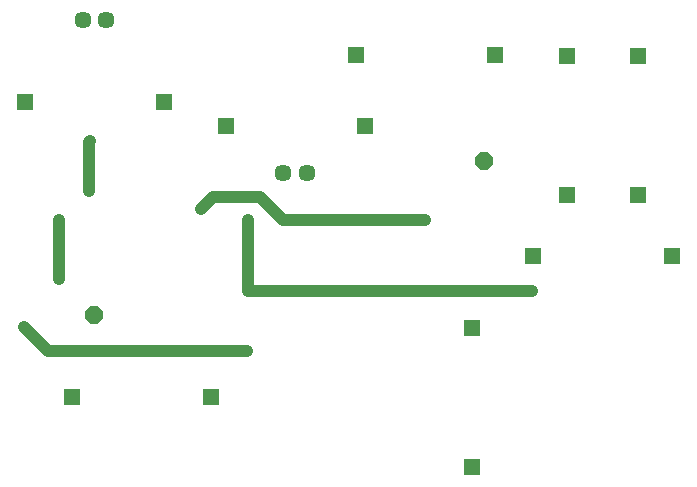
<source format=gbr>
G04 EAGLE Gerber RS-274X export*
G75*
%MOMM*%
%FSLAX34Y34*%
%LPD*%
%INBottom Copper*%
%IPPOS*%
%AMOC8*
5,1,8,0,0,1.08239X$1,22.5*%
G01*
G04 Define Apertures*
%ADD10R,1.430000X1.430000*%
%ADD11C,1.450000*%
%ADD12P,1.64956X8X22.5*%
%ADD13C,0.756400*%
%ADD14C,1.016000*%
D10*
X420000Y21200D03*
X420000Y138800D03*
X321200Y370000D03*
X438800Y370000D03*
X500000Y368800D03*
X500000Y251200D03*
X560000Y368800D03*
X560000Y251200D03*
X328800Y310000D03*
X211200Y310000D03*
X198800Y80000D03*
X81200Y80000D03*
X471200Y200000D03*
X588800Y200000D03*
D11*
X90000Y400000D03*
X110000Y400000D03*
X280000Y270000D03*
X260000Y270000D03*
D10*
X41200Y330000D03*
X158800Y330000D03*
D12*
X430000Y280000D03*
X100000Y150000D03*
D13*
X190000Y240000D03*
D14*
X200000Y250000D01*
X240000Y250000D01*
X260000Y230000D01*
X380000Y230000D01*
D13*
X380000Y230000D03*
X70000Y230000D03*
D14*
X70000Y180000D01*
D13*
X70000Y180000D03*
X230000Y230000D03*
D14*
X230000Y170000D01*
X470000Y170000D01*
D13*
X470000Y170000D03*
X95000Y255000D03*
D14*
X95000Y296000D01*
X96000Y297000D01*
D13*
X96000Y297000D03*
X229000Y119000D03*
D14*
X61000Y119000D01*
X40000Y140000D01*
D13*
X40000Y140000D03*
M02*

</source>
